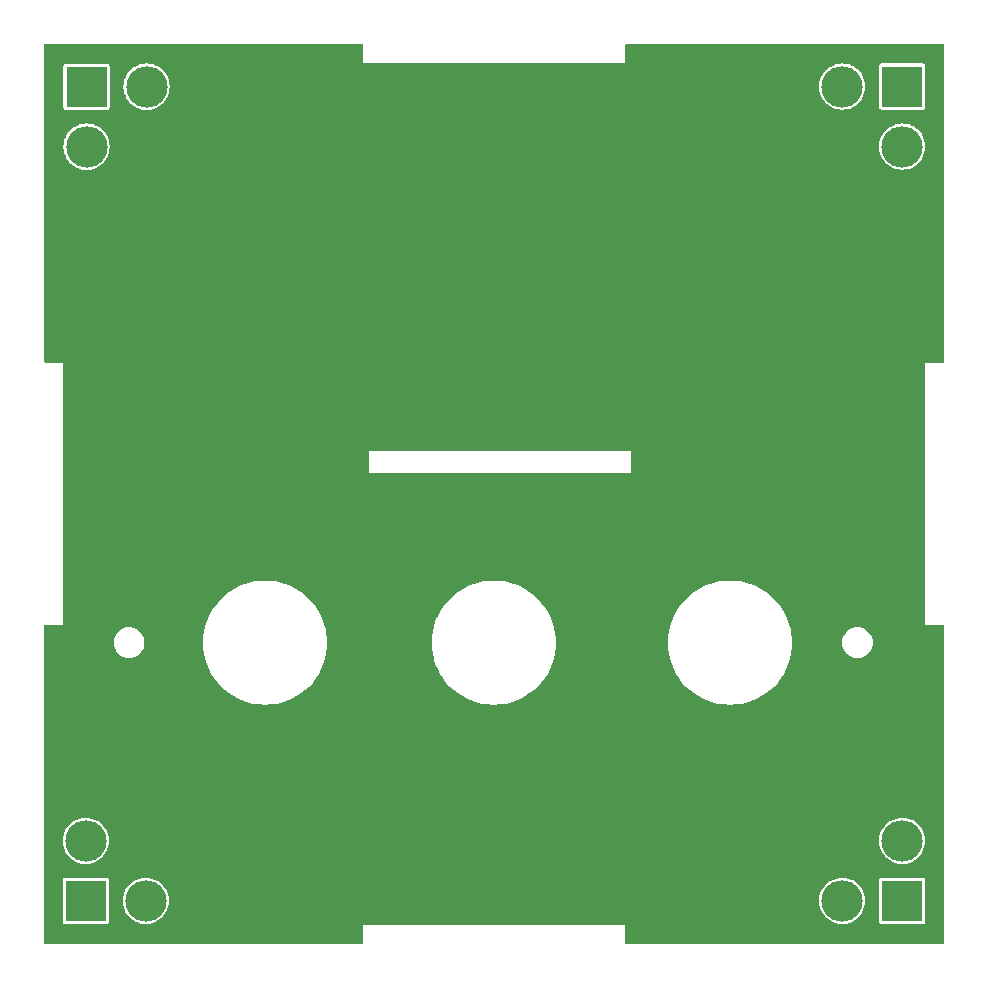
<source format=gbr>
%TF.GenerationSoftware,KiCad,Pcbnew,7.0.5-0*%
%TF.CreationDate,2024-04-21T21:04:40-04:00*%
%TF.ProjectId,swr_meter_top,7377725f-6d65-4746-9572-5f746f702e6b,rev?*%
%TF.SameCoordinates,Original*%
%TF.FileFunction,Copper,L1,Top*%
%TF.FilePolarity,Positive*%
%FSLAX46Y46*%
G04 Gerber Fmt 4.6, Leading zero omitted, Abs format (unit mm)*
G04 Created by KiCad (PCBNEW 7.0.5-0) date 2024-04-21 21:04:40*
%MOMM*%
%LPD*%
G01*
G04 APERTURE LIST*
%TA.AperFunction,ComponentPad*%
%ADD10R,3.500000X3.500000*%
%TD*%
%TA.AperFunction,ComponentPad*%
%ADD11O,3.500000X3.500000*%
%TD*%
G04 APERTURE END LIST*
D10*
%TO.P,J44,1,Pin_1*%
%TO.N,N/C*%
X103585882Y-27424992D03*
D11*
%TO.P,J44,2,Pin_2*%
X108665882Y-27424992D03*
%TO.P,J44,3,Pin_3*%
X103585882Y-32504992D03*
%TD*%
D10*
%TO.P,J42,1,Pin_1*%
%TO.N,N/C*%
X103515882Y-96359992D03*
D11*
%TO.P,J42,2,Pin_2*%
X103515882Y-91279992D03*
%TO.P,J42,3,Pin_3*%
X108595882Y-96359992D03*
%TD*%
D10*
%TO.P,J41,1,Pin_1*%
%TO.N,N/C*%
X172645882Y-96354992D03*
D11*
%TO.P,J41,2,Pin_2*%
X167565882Y-96354992D03*
%TO.P,J41,3,Pin_3*%
X172645882Y-91274992D03*
%TD*%
D10*
%TO.P,J43,1,Pin_1*%
%TO.N,N/C*%
X172640882Y-27419992D03*
D11*
%TO.P,J43,2,Pin_2*%
X172640882Y-32499992D03*
%TO.P,J43,3,Pin_3*%
X167560882Y-27419992D03*
%TD*%
%TA.AperFunction,NonConductor*%
G36*
X176158029Y-23819705D02*
G01*
X176194574Y-23870005D01*
X176199498Y-23901092D01*
X176199498Y-50698894D01*
X176180285Y-50758025D01*
X176129985Y-50794570D01*
X176098898Y-50799494D01*
X174620106Y-50799494D01*
X174619900Y-50799453D01*
X174599997Y-50799453D01*
X174599879Y-50799502D01*
X174599617Y-50799609D01*
X174599616Y-50799610D01*
X174599458Y-50799991D01*
X174599473Y-50819964D01*
X174599500Y-50820100D01*
X174599500Y-72980069D01*
X174599424Y-72980452D01*
X174599458Y-72999992D01*
X174599535Y-73000176D01*
X174599617Y-73000376D01*
X174599997Y-73000533D01*
X174599999Y-73000532D01*
X174600000Y-73000533D01*
X174600000Y-73000532D01*
X174619970Y-73000519D01*
X174620106Y-73000492D01*
X176098898Y-73000492D01*
X176158029Y-73019705D01*
X176194574Y-73070005D01*
X176199498Y-73101092D01*
X176199498Y-99898892D01*
X176180285Y-99958023D01*
X176129985Y-99994568D01*
X176098898Y-99999492D01*
X149301100Y-99999492D01*
X149241969Y-99980279D01*
X149205424Y-99929979D01*
X149200500Y-99898892D01*
X149200500Y-98420098D01*
X149200526Y-98419962D01*
X149200541Y-98399989D01*
X149200383Y-98399608D01*
X149200120Y-98399500D01*
X149200002Y-98399451D01*
X149180100Y-98399451D01*
X149179894Y-98399492D01*
X127020106Y-98399492D01*
X127019900Y-98399451D01*
X126999997Y-98399451D01*
X126999879Y-98399500D01*
X126999617Y-98399607D01*
X126999616Y-98399608D01*
X126999458Y-98399989D01*
X126999473Y-98419962D01*
X126999500Y-98420098D01*
X126999500Y-99898900D01*
X126980287Y-99958031D01*
X126929987Y-99994576D01*
X126898900Y-99999500D01*
X100101100Y-99999500D01*
X100041969Y-99980287D01*
X100005424Y-99929987D01*
X100000500Y-99898900D01*
X100000500Y-98130056D01*
X101562182Y-98130056D01*
X101564494Y-98141680D01*
X101574000Y-98189471D01*
X101574001Y-98189472D01*
X101619022Y-98256852D01*
X101686402Y-98301873D01*
X101745818Y-98313692D01*
X101745819Y-98313692D01*
X105285945Y-98313692D01*
X105285946Y-98313692D01*
X105345362Y-98301873D01*
X105412742Y-98256852D01*
X105457763Y-98189472D01*
X105469582Y-98130056D01*
X105469582Y-96359992D01*
X106637191Y-96359992D01*
X106657128Y-96638743D01*
X106657128Y-96638746D01*
X106657129Y-96638749D01*
X106716533Y-96911823D01*
X106814189Y-97173651D01*
X106814192Y-97173658D01*
X106814194Y-97173662D01*
X106881160Y-97296301D01*
X106948127Y-97418943D01*
X106948128Y-97418944D01*
X107115599Y-97642659D01*
X107313214Y-97840274D01*
X107536929Y-98007745D01*
X107536930Y-98007746D01*
X107536934Y-98007748D01*
X107782212Y-98141680D01*
X107782219Y-98141682D01*
X107782222Y-98141684D01*
X107896942Y-98184472D01*
X108030649Y-98234342D01*
X108044050Y-98239340D01*
X108044055Y-98239342D01*
X108317131Y-98298746D01*
X108595882Y-98318683D01*
X108874633Y-98298746D01*
X109147709Y-98239342D01*
X109409552Y-98141680D01*
X109654830Y-98007748D01*
X109878552Y-97840272D01*
X110076162Y-97642662D01*
X110243638Y-97418940D01*
X110377570Y-97173662D01*
X110475232Y-96911819D01*
X110534636Y-96638743D01*
X110554573Y-96359992D01*
X110554215Y-96354992D01*
X165607191Y-96354992D01*
X165627128Y-96633743D01*
X165627128Y-96633746D01*
X165627129Y-96633749D01*
X165686533Y-96906823D01*
X165784189Y-97168651D01*
X165784192Y-97168658D01*
X165784194Y-97168662D01*
X165851160Y-97291301D01*
X165918127Y-97413943D01*
X165918128Y-97413944D01*
X166085599Y-97637659D01*
X166283214Y-97835274D01*
X166506929Y-98002745D01*
X166506930Y-98002746D01*
X166506934Y-98002748D01*
X166752212Y-98136680D01*
X166752219Y-98136682D01*
X166752222Y-98136684D01*
X167014050Y-98234340D01*
X167014055Y-98234342D01*
X167287131Y-98293746D01*
X167565882Y-98313683D01*
X167844633Y-98293746D01*
X168117709Y-98234342D01*
X168379552Y-98136680D01*
X168400840Y-98125056D01*
X170692182Y-98125056D01*
X170693177Y-98130056D01*
X170704000Y-98184471D01*
X170704001Y-98184472D01*
X170749022Y-98251852D01*
X170816402Y-98296873D01*
X170875818Y-98308692D01*
X170875819Y-98308692D01*
X174415945Y-98308692D01*
X174415946Y-98308692D01*
X174475362Y-98296873D01*
X174542742Y-98251852D01*
X174587763Y-98184472D01*
X174599582Y-98125056D01*
X174599582Y-94584928D01*
X174587763Y-94525512D01*
X174542742Y-94458132D01*
X174487525Y-94421238D01*
X174475361Y-94413110D01*
X174427763Y-94403642D01*
X174415946Y-94401292D01*
X170875818Y-94401292D01*
X170865960Y-94403252D01*
X170816402Y-94413110D01*
X170749022Y-94458132D01*
X170704000Y-94525512D01*
X170694495Y-94573299D01*
X170692182Y-94584928D01*
X170692182Y-98125056D01*
X168400840Y-98125056D01*
X168624830Y-98002748D01*
X168848552Y-97835272D01*
X169046162Y-97637662D01*
X169213638Y-97413940D01*
X169347570Y-97168662D01*
X169445232Y-96906819D01*
X169504636Y-96633743D01*
X169524573Y-96354992D01*
X169504636Y-96076241D01*
X169445232Y-95803165D01*
X169347570Y-95541322D01*
X169216366Y-95301040D01*
X169213636Y-95296040D01*
X169213635Y-95296039D01*
X169046164Y-95072324D01*
X168848549Y-94874709D01*
X168624834Y-94707238D01*
X168624833Y-94707237D01*
X168502191Y-94640269D01*
X168379552Y-94573304D01*
X168379548Y-94573302D01*
X168379541Y-94573299D01*
X168117713Y-94475643D01*
X168117714Y-94475643D01*
X167844639Y-94416239D01*
X167844636Y-94416238D01*
X167844633Y-94416238D01*
X167565882Y-94396301D01*
X167287131Y-94416238D01*
X167287127Y-94416238D01*
X167287124Y-94416239D01*
X167014050Y-94475643D01*
X166752222Y-94573299D01*
X166752214Y-94573303D01*
X166506930Y-94707237D01*
X166506929Y-94707238D01*
X166283214Y-94874709D01*
X166085599Y-95072324D01*
X165918128Y-95296039D01*
X165918127Y-95296040D01*
X165784193Y-95541324D01*
X165784189Y-95541332D01*
X165686533Y-95803160D01*
X165627129Y-96076234D01*
X165627128Y-96076237D01*
X165627128Y-96076241D01*
X165607191Y-96354992D01*
X110554215Y-96354992D01*
X110534636Y-96081241D01*
X110475232Y-95808165D01*
X110377570Y-95546322D01*
X110243638Y-95301044D01*
X110243636Y-95301040D01*
X110243635Y-95301039D01*
X110076164Y-95077324D01*
X109878549Y-94879709D01*
X109654834Y-94712238D01*
X109654833Y-94712237D01*
X109532191Y-94645269D01*
X109409552Y-94578304D01*
X109409548Y-94578302D01*
X109409541Y-94578299D01*
X109147713Y-94480643D01*
X109147714Y-94480643D01*
X108874639Y-94421239D01*
X108874636Y-94421238D01*
X108874633Y-94421238D01*
X108595882Y-94401301D01*
X108317131Y-94421238D01*
X108317127Y-94421238D01*
X108317124Y-94421239D01*
X108044050Y-94480643D01*
X107782222Y-94578299D01*
X107782214Y-94578303D01*
X107536930Y-94712237D01*
X107536929Y-94712238D01*
X107313214Y-94879709D01*
X107115599Y-95077324D01*
X106948128Y-95301039D01*
X106948127Y-95301040D01*
X106814193Y-95546324D01*
X106814189Y-95546332D01*
X106716533Y-95808160D01*
X106657129Y-96081234D01*
X106657128Y-96081237D01*
X106657128Y-96081241D01*
X106637191Y-96359992D01*
X105469582Y-96359992D01*
X105469582Y-94589928D01*
X105457763Y-94530512D01*
X105412742Y-94463132D01*
X105367720Y-94433049D01*
X105345361Y-94418110D01*
X105297763Y-94408642D01*
X105285946Y-94406292D01*
X101745818Y-94406292D01*
X101735960Y-94408252D01*
X101686402Y-94418110D01*
X101619022Y-94463132D01*
X101574000Y-94530512D01*
X101565490Y-94573299D01*
X101562182Y-94589928D01*
X101562182Y-98130056D01*
X100000500Y-98130056D01*
X100000500Y-91279992D01*
X101557191Y-91279992D01*
X101577128Y-91558743D01*
X101577128Y-91558746D01*
X101577129Y-91558749D01*
X101636533Y-91831823D01*
X101734189Y-92093651D01*
X101734192Y-92093658D01*
X101734194Y-92093662D01*
X101801160Y-92216300D01*
X101868127Y-92338943D01*
X101868128Y-92338944D01*
X102035599Y-92562659D01*
X102233214Y-92760274D01*
X102456929Y-92927745D01*
X102456930Y-92927746D01*
X102456934Y-92927748D01*
X102702212Y-93061680D01*
X102702219Y-93061682D01*
X102702222Y-93061684D01*
X102876774Y-93126788D01*
X102950649Y-93154342D01*
X102964050Y-93159340D01*
X102964055Y-93159342D01*
X103237131Y-93218746D01*
X103515882Y-93238683D01*
X103794633Y-93218746D01*
X104067709Y-93159342D01*
X104329552Y-93061680D01*
X104574830Y-92927748D01*
X104798552Y-92760272D01*
X104996162Y-92562662D01*
X105163638Y-92338940D01*
X105297570Y-92093662D01*
X105395232Y-91831819D01*
X105454636Y-91558743D01*
X105474573Y-91279992D01*
X105474215Y-91274992D01*
X170687191Y-91274992D01*
X170707128Y-91553743D01*
X170707128Y-91553746D01*
X170707129Y-91553749D01*
X170766533Y-91826823D01*
X170864189Y-92088651D01*
X170864192Y-92088658D01*
X170864194Y-92088662D01*
X170931159Y-92211300D01*
X170998127Y-92333943D01*
X170998128Y-92333944D01*
X171165599Y-92557659D01*
X171363214Y-92755274D01*
X171586929Y-92922745D01*
X171586930Y-92922746D01*
X171586934Y-92922748D01*
X171832212Y-93056680D01*
X171832219Y-93056682D01*
X171832222Y-93056684D01*
X172094050Y-93154340D01*
X172094055Y-93154342D01*
X172367131Y-93213746D01*
X172645882Y-93233683D01*
X172924633Y-93213746D01*
X173197709Y-93154342D01*
X173459552Y-93056680D01*
X173704830Y-92922748D01*
X173928552Y-92755272D01*
X174126162Y-92557662D01*
X174293638Y-92333940D01*
X174427570Y-92088662D01*
X174525232Y-91826819D01*
X174584636Y-91553743D01*
X174604573Y-91274992D01*
X174584636Y-90996241D01*
X174525232Y-90723165D01*
X174427570Y-90461322D01*
X174296366Y-90221040D01*
X174293636Y-90216040D01*
X174293635Y-90216039D01*
X174126164Y-89992324D01*
X173928549Y-89794709D01*
X173704834Y-89627238D01*
X173704833Y-89627237D01*
X173582191Y-89560269D01*
X173459552Y-89493304D01*
X173459548Y-89493302D01*
X173459541Y-89493299D01*
X173197713Y-89395643D01*
X173197714Y-89395643D01*
X172924639Y-89336239D01*
X172924636Y-89336238D01*
X172924633Y-89336238D01*
X172645882Y-89316301D01*
X172645881Y-89316301D01*
X172610956Y-89318798D01*
X172367131Y-89336238D01*
X172367127Y-89336238D01*
X172367124Y-89336239D01*
X172094050Y-89395643D01*
X171832222Y-89493299D01*
X171832214Y-89493303D01*
X171586930Y-89627237D01*
X171586929Y-89627238D01*
X171363214Y-89794709D01*
X171165599Y-89992324D01*
X170998128Y-90216039D01*
X170998127Y-90216040D01*
X170864193Y-90461324D01*
X170864189Y-90461332D01*
X170766533Y-90723160D01*
X170707129Y-90996234D01*
X170707128Y-90996237D01*
X170707128Y-90996241D01*
X170687191Y-91274992D01*
X105474215Y-91274992D01*
X105454636Y-91001241D01*
X105395232Y-90728165D01*
X105297570Y-90466322D01*
X105163638Y-90221044D01*
X105163636Y-90221040D01*
X105163635Y-90221039D01*
X104996164Y-89997324D01*
X104798549Y-89799709D01*
X104574834Y-89632238D01*
X104574833Y-89632237D01*
X104452191Y-89565269D01*
X104329552Y-89498304D01*
X104329548Y-89498302D01*
X104329541Y-89498299D01*
X104067713Y-89400643D01*
X104067714Y-89400643D01*
X103794639Y-89341239D01*
X103794636Y-89341238D01*
X103794633Y-89341238D01*
X103515882Y-89321301D01*
X103237131Y-89341238D01*
X103237127Y-89341238D01*
X103237124Y-89341239D01*
X102964050Y-89400643D01*
X102702222Y-89498299D01*
X102702214Y-89498303D01*
X102456930Y-89632237D01*
X102456929Y-89632238D01*
X102233214Y-89799709D01*
X102035599Y-89997324D01*
X101868128Y-90221039D01*
X101868127Y-90221040D01*
X101734193Y-90466324D01*
X101734189Y-90466332D01*
X101636533Y-90728160D01*
X101577129Y-91001234D01*
X101577128Y-91001237D01*
X101577128Y-91001241D01*
X101557191Y-91279992D01*
X100000500Y-91279992D01*
X100000500Y-74499993D01*
X105879614Y-74499993D01*
X105899447Y-74726685D01*
X105958344Y-74946491D01*
X106054511Y-75152720D01*
X106054519Y-75152734D01*
X106185033Y-75339129D01*
X106185035Y-75339131D01*
X106345943Y-75500039D01*
X106532348Y-75630560D01*
X106738586Y-75726731D01*
X106958390Y-75785627D01*
X107072824Y-75795638D01*
X107128282Y-75800491D01*
X107128298Y-75800492D01*
X107241866Y-75800492D01*
X107241881Y-75800491D01*
X107285203Y-75796700D01*
X107411774Y-75785627D01*
X107631578Y-75726731D01*
X107837816Y-75630560D01*
X108024221Y-75500039D01*
X108185129Y-75339131D01*
X108315650Y-75152726D01*
X108411821Y-74946488D01*
X108470717Y-74726684D01*
X108490550Y-74499997D01*
X113444499Y-74499997D01*
X113464497Y-74958028D01*
X113464501Y-74958066D01*
X113524340Y-75412593D01*
X113623575Y-75860215D01*
X113761443Y-76297477D01*
X113936900Y-76721067D01*
X114148598Y-77127734D01*
X114148609Y-77127754D01*
X114394939Y-77514415D01*
X114394953Y-77514435D01*
X114674042Y-77878150D01*
X114674060Y-77878172D01*
X114983793Y-78216186D01*
X114983806Y-78216199D01*
X115321820Y-78525932D01*
X115321829Y-78525940D01*
X115321841Y-78525949D01*
X115321842Y-78525950D01*
X115685557Y-78805039D01*
X115685577Y-78805053D01*
X116072238Y-79051383D01*
X116072245Y-79051387D01*
X116072250Y-79051390D01*
X116072258Y-79051394D01*
X116478925Y-79263092D01*
X116902515Y-79438549D01*
X117339776Y-79576416D01*
X117339777Y-79576417D01*
X117787393Y-79675651D01*
X117787396Y-79675651D01*
X117787399Y-79675652D01*
X117969693Y-79699651D01*
X118241954Y-79735495D01*
X118585438Y-79750492D01*
X118585442Y-79750492D01*
X118814560Y-79750492D01*
X118814564Y-79750492D01*
X119158048Y-79735495D01*
X119544543Y-79684611D01*
X119612602Y-79675652D01*
X119612602Y-79675651D01*
X119612609Y-79675651D01*
X120060225Y-79576417D01*
X120497489Y-79438548D01*
X120921072Y-79263094D01*
X121327752Y-79051390D01*
X121714433Y-78805047D01*
X121714437Y-78805043D01*
X121714444Y-78805039D01*
X121849885Y-78701110D01*
X122078173Y-78525940D01*
X122416202Y-78216193D01*
X122725949Y-77878164D01*
X123005056Y-77514424D01*
X123251399Y-77127743D01*
X123463103Y-76721063D01*
X123638557Y-76297480D01*
X123776426Y-75860216D01*
X123875660Y-75412600D01*
X123935504Y-74958039D01*
X123955503Y-74499997D01*
X132809499Y-74499997D01*
X132829497Y-74958028D01*
X132829501Y-74958066D01*
X132889340Y-75412593D01*
X132988575Y-75860215D01*
X133126443Y-76297477D01*
X133301900Y-76721067D01*
X133513598Y-77127734D01*
X133513609Y-77127754D01*
X133759939Y-77514415D01*
X133759953Y-77514435D01*
X134039042Y-77878150D01*
X134039060Y-77878172D01*
X134348793Y-78216186D01*
X134348806Y-78216199D01*
X134686820Y-78525932D01*
X134686829Y-78525940D01*
X134686841Y-78525949D01*
X134686842Y-78525950D01*
X135050557Y-78805039D01*
X135050577Y-78805053D01*
X135437238Y-79051383D01*
X135437245Y-79051387D01*
X135437250Y-79051390D01*
X135437258Y-79051394D01*
X135843925Y-79263092D01*
X136267515Y-79438549D01*
X136704777Y-79576416D01*
X136704777Y-79576417D01*
X137152393Y-79675651D01*
X137152396Y-79675651D01*
X137152399Y-79675652D01*
X137334693Y-79699651D01*
X137606954Y-79735495D01*
X137950438Y-79750492D01*
X137950442Y-79750492D01*
X138179560Y-79750492D01*
X138179564Y-79750492D01*
X138523048Y-79735495D01*
X138909543Y-79684611D01*
X138977602Y-79675652D01*
X138977602Y-79675651D01*
X138977609Y-79675651D01*
X139425225Y-79576417D01*
X139862489Y-79438548D01*
X140286072Y-79263094D01*
X140692752Y-79051390D01*
X141079433Y-78805047D01*
X141079437Y-78805043D01*
X141079444Y-78805039D01*
X141214885Y-78701110D01*
X141443173Y-78525940D01*
X141781202Y-78216193D01*
X142090949Y-77878164D01*
X142370056Y-77514424D01*
X142616399Y-77127743D01*
X142828103Y-76721063D01*
X143003557Y-76297480D01*
X143141426Y-75860216D01*
X143240660Y-75412600D01*
X143300504Y-74958039D01*
X143320503Y-74499997D01*
X152809499Y-74499997D01*
X152829497Y-74958028D01*
X152829501Y-74958066D01*
X152889340Y-75412593D01*
X152988575Y-75860215D01*
X153126443Y-76297477D01*
X153301900Y-76721067D01*
X153513598Y-77127734D01*
X153513609Y-77127754D01*
X153759939Y-77514415D01*
X153759953Y-77514435D01*
X154039042Y-77878150D01*
X154039060Y-77878172D01*
X154348793Y-78216186D01*
X154348806Y-78216199D01*
X154686820Y-78525932D01*
X154686829Y-78525940D01*
X154686841Y-78525949D01*
X154686842Y-78525950D01*
X155050557Y-78805039D01*
X155050577Y-78805053D01*
X155437238Y-79051383D01*
X155437245Y-79051387D01*
X155437250Y-79051390D01*
X155437258Y-79051394D01*
X155843925Y-79263092D01*
X156267515Y-79438549D01*
X156704777Y-79576416D01*
X156704777Y-79576417D01*
X157152393Y-79675651D01*
X157152396Y-79675651D01*
X157152399Y-79675652D01*
X157334693Y-79699651D01*
X157606954Y-79735495D01*
X157950438Y-79750492D01*
X157950442Y-79750492D01*
X158179560Y-79750492D01*
X158179564Y-79750492D01*
X158523048Y-79735495D01*
X158909543Y-79684611D01*
X158977602Y-79675652D01*
X158977602Y-79675651D01*
X158977609Y-79675651D01*
X159425225Y-79576417D01*
X159862489Y-79438548D01*
X160286072Y-79263094D01*
X160692752Y-79051390D01*
X161079433Y-78805047D01*
X161079437Y-78805043D01*
X161079444Y-78805039D01*
X161214885Y-78701110D01*
X161443173Y-78525940D01*
X161781202Y-78216193D01*
X162090949Y-77878164D01*
X162370056Y-77514424D01*
X162616399Y-77127743D01*
X162828103Y-76721063D01*
X163003557Y-76297480D01*
X163141426Y-75860216D01*
X163240660Y-75412600D01*
X163300504Y-74958039D01*
X163320503Y-74499993D01*
X167539614Y-74499993D01*
X167559447Y-74726685D01*
X167618344Y-74946491D01*
X167714511Y-75152720D01*
X167714519Y-75152734D01*
X167845033Y-75339129D01*
X167845035Y-75339130D01*
X167845035Y-75339131D01*
X168005943Y-75500039D01*
X168192348Y-75630560D01*
X168398586Y-75726731D01*
X168618390Y-75785627D01*
X168732824Y-75795638D01*
X168788282Y-75800491D01*
X168788298Y-75800492D01*
X168901866Y-75800492D01*
X168901881Y-75800491D01*
X168945203Y-75796700D01*
X169071774Y-75785627D01*
X169291578Y-75726731D01*
X169497816Y-75630560D01*
X169684221Y-75500039D01*
X169845129Y-75339131D01*
X169975650Y-75152726D01*
X170071821Y-74946488D01*
X170130717Y-74726684D01*
X170150550Y-74499992D01*
X170150549Y-74499986D01*
X170147079Y-74460323D01*
X170130717Y-74273300D01*
X170071821Y-74053496D01*
X169975650Y-73847258D01*
X169845129Y-73660853D01*
X169684221Y-73499945D01*
X169684220Y-73499945D01*
X169684219Y-73499943D01*
X169497824Y-73369429D01*
X169497819Y-73369426D01*
X169497816Y-73369424D01*
X169497810Y-73369421D01*
X169291581Y-73273254D01*
X169291578Y-73273253D01*
X169198678Y-73248360D01*
X169071775Y-73214357D01*
X168901881Y-73199492D01*
X168901866Y-73199492D01*
X168788298Y-73199492D01*
X168788282Y-73199492D01*
X168618388Y-73214357D01*
X168398582Y-73273254D01*
X168192353Y-73369421D01*
X168192339Y-73369429D01*
X168005944Y-73499943D01*
X167845033Y-73660854D01*
X167714519Y-73847249D01*
X167714511Y-73847263D01*
X167618344Y-74053492D01*
X167559447Y-74273298D01*
X167539614Y-74499990D01*
X167539614Y-74499993D01*
X163320503Y-74499993D01*
X163320503Y-74499992D01*
X163300504Y-74041945D01*
X163264660Y-73769684D01*
X163240661Y-73587390D01*
X163192340Y-73369429D01*
X163141426Y-73139768D01*
X163141425Y-73139768D01*
X163003558Y-72702506D01*
X162828101Y-72278916D01*
X162616403Y-71872249D01*
X162616392Y-71872229D01*
X162370062Y-71485568D01*
X162370048Y-71485548D01*
X162090959Y-71121833D01*
X162090958Y-71121832D01*
X162090949Y-71121820D01*
X162090941Y-71121811D01*
X161781208Y-70783797D01*
X161781195Y-70783784D01*
X161443181Y-70474051D01*
X161443177Y-70474048D01*
X161443173Y-70474044D01*
X161443159Y-70474033D01*
X161079444Y-70194944D01*
X161079424Y-70194930D01*
X160692763Y-69948600D01*
X160692743Y-69948589D01*
X160286076Y-69736891D01*
X159862486Y-69561434D01*
X159425224Y-69423566D01*
X158977602Y-69324331D01*
X158523075Y-69264492D01*
X158523053Y-69264489D01*
X158523048Y-69264489D01*
X158523045Y-69264488D01*
X158523037Y-69264488D01*
X158179575Y-69249492D01*
X158179564Y-69249492D01*
X157950438Y-69249492D01*
X157950426Y-69249492D01*
X157606964Y-69264488D01*
X157606926Y-69264492D01*
X157152399Y-69324331D01*
X156704777Y-69423566D01*
X156267515Y-69561434D01*
X155843925Y-69736891D01*
X155437258Y-69948589D01*
X155437238Y-69948600D01*
X155050577Y-70194930D01*
X155050557Y-70194944D01*
X154686842Y-70474033D01*
X154686820Y-70474051D01*
X154348806Y-70783784D01*
X154348793Y-70783797D01*
X154039060Y-71121811D01*
X154039042Y-71121833D01*
X153759953Y-71485548D01*
X153759939Y-71485568D01*
X153513609Y-71872229D01*
X153513598Y-71872249D01*
X153301900Y-72278916D01*
X153126443Y-72702506D01*
X152988575Y-73139768D01*
X152889340Y-73587390D01*
X152829501Y-74041917D01*
X152829497Y-74041955D01*
X152809499Y-74499986D01*
X152809499Y-74499997D01*
X143320503Y-74499997D01*
X143320503Y-74499992D01*
X143300504Y-74041945D01*
X143264660Y-73769684D01*
X143240661Y-73587390D01*
X143192340Y-73369429D01*
X143141426Y-73139768D01*
X143141425Y-73139768D01*
X143003558Y-72702506D01*
X142828101Y-72278916D01*
X142616403Y-71872249D01*
X142616392Y-71872229D01*
X142370062Y-71485568D01*
X142370048Y-71485548D01*
X142090959Y-71121833D01*
X142090958Y-71121832D01*
X142090949Y-71121820D01*
X142090941Y-71121811D01*
X141781208Y-70783797D01*
X141781195Y-70783784D01*
X141443181Y-70474051D01*
X141443177Y-70474048D01*
X141443173Y-70474044D01*
X141443159Y-70474033D01*
X141079444Y-70194944D01*
X141079424Y-70194930D01*
X140692763Y-69948600D01*
X140692743Y-69948589D01*
X140286076Y-69736891D01*
X139862486Y-69561434D01*
X139425224Y-69423566D01*
X138977602Y-69324331D01*
X138523075Y-69264492D01*
X138523053Y-69264489D01*
X138523048Y-69264489D01*
X138523045Y-69264488D01*
X138523037Y-69264488D01*
X138179575Y-69249492D01*
X138179564Y-69249492D01*
X137950438Y-69249492D01*
X137950426Y-69249492D01*
X137606964Y-69264488D01*
X137606926Y-69264492D01*
X137152399Y-69324331D01*
X136704777Y-69423566D01*
X136267515Y-69561434D01*
X135843925Y-69736891D01*
X135437258Y-69948589D01*
X135437238Y-69948600D01*
X135050577Y-70194930D01*
X135050557Y-70194944D01*
X134686842Y-70474033D01*
X134686820Y-70474051D01*
X134348806Y-70783784D01*
X134348793Y-70783797D01*
X134039060Y-71121811D01*
X134039042Y-71121833D01*
X133759953Y-71485548D01*
X133759939Y-71485568D01*
X133513609Y-71872229D01*
X133513598Y-71872249D01*
X133301900Y-72278916D01*
X133126443Y-72702506D01*
X132988575Y-73139768D01*
X132889340Y-73587390D01*
X132829501Y-74041917D01*
X132829497Y-74041955D01*
X132809499Y-74499986D01*
X132809499Y-74499997D01*
X123955503Y-74499997D01*
X123955503Y-74499992D01*
X123935504Y-74041945D01*
X123899660Y-73769684D01*
X123875661Y-73587390D01*
X123827340Y-73369429D01*
X123776426Y-73139768D01*
X123638558Y-72702506D01*
X123463101Y-72278916D01*
X123251403Y-71872249D01*
X123251392Y-71872229D01*
X123005062Y-71485568D01*
X123005048Y-71485548D01*
X122725959Y-71121833D01*
X122725958Y-71121832D01*
X122725949Y-71121820D01*
X122725941Y-71121811D01*
X122416208Y-70783797D01*
X122416195Y-70783784D01*
X122078181Y-70474051D01*
X122078177Y-70474048D01*
X122078173Y-70474044D01*
X122078159Y-70474033D01*
X121714444Y-70194944D01*
X121714424Y-70194930D01*
X121327763Y-69948600D01*
X121327743Y-69948589D01*
X120921076Y-69736891D01*
X120497486Y-69561434D01*
X120060224Y-69423566D01*
X119612602Y-69324331D01*
X119158075Y-69264492D01*
X119158053Y-69264489D01*
X119158048Y-69264489D01*
X119158045Y-69264488D01*
X119158037Y-69264488D01*
X118814575Y-69249492D01*
X118814564Y-69249492D01*
X118585438Y-69249492D01*
X118585426Y-69249492D01*
X118241964Y-69264488D01*
X118241926Y-69264492D01*
X117787399Y-69324331D01*
X117339777Y-69423566D01*
X116902515Y-69561434D01*
X116478925Y-69736891D01*
X116072258Y-69948589D01*
X116072238Y-69948600D01*
X115685577Y-70194930D01*
X115685557Y-70194944D01*
X115321842Y-70474033D01*
X115321820Y-70474051D01*
X114983806Y-70783784D01*
X114983793Y-70783797D01*
X114674060Y-71121811D01*
X114674042Y-71121833D01*
X114394953Y-71485548D01*
X114394939Y-71485568D01*
X114148609Y-71872229D01*
X114148598Y-71872249D01*
X113936900Y-72278916D01*
X113761443Y-72702506D01*
X113623575Y-73139768D01*
X113524340Y-73587390D01*
X113464501Y-74041917D01*
X113464497Y-74041955D01*
X113444499Y-74499986D01*
X113444499Y-74499997D01*
X108490550Y-74499997D01*
X108490550Y-74499992D01*
X108490549Y-74499986D01*
X108487079Y-74460323D01*
X108470717Y-74273300D01*
X108411821Y-74053496D01*
X108315650Y-73847258D01*
X108185129Y-73660853D01*
X108024221Y-73499945D01*
X108024219Y-73499943D01*
X107837824Y-73369429D01*
X107837819Y-73369426D01*
X107837816Y-73369424D01*
X107837810Y-73369421D01*
X107631581Y-73273254D01*
X107631578Y-73273253D01*
X107538678Y-73248360D01*
X107411775Y-73214357D01*
X107241881Y-73199492D01*
X107241866Y-73199492D01*
X107128298Y-73199492D01*
X107128282Y-73199492D01*
X106958388Y-73214357D01*
X106738582Y-73273254D01*
X106532353Y-73369421D01*
X106532339Y-73369429D01*
X106345944Y-73499943D01*
X106185033Y-73660854D01*
X106054519Y-73847249D01*
X106054511Y-73847263D01*
X105958344Y-74053492D01*
X105899447Y-74273298D01*
X105879614Y-74499990D01*
X105879614Y-74499993D01*
X100000500Y-74499993D01*
X100000500Y-73101092D01*
X100019713Y-73041961D01*
X100070013Y-73005416D01*
X100101100Y-73000492D01*
X101579895Y-73000492D01*
X101580030Y-73000519D01*
X101580031Y-73000519D01*
X101600000Y-73000532D01*
X101600001Y-73000533D01*
X101600001Y-73000532D01*
X101600003Y-73000533D01*
X101600383Y-73000376D01*
X101600383Y-73000375D01*
X101600384Y-73000375D01*
X101600501Y-73000091D01*
X101600542Y-72999992D01*
X101600576Y-72980452D01*
X101600501Y-72980069D01*
X101600501Y-60080452D01*
X127499424Y-60080452D01*
X127499458Y-60099992D01*
X127499535Y-60100176D01*
X127499617Y-60100376D01*
X127499997Y-60100533D01*
X127499999Y-60100532D01*
X127500000Y-60100533D01*
X127500000Y-60100532D01*
X127519970Y-60100519D01*
X127520106Y-60100492D01*
X149679894Y-60100492D01*
X149680029Y-60100519D01*
X149680030Y-60100519D01*
X149699999Y-60100532D01*
X149700000Y-60100533D01*
X149700000Y-60100532D01*
X149700002Y-60100533D01*
X149700382Y-60100376D01*
X149700382Y-60100375D01*
X149700383Y-60100375D01*
X149700500Y-60100091D01*
X149700541Y-60099992D01*
X149700575Y-60080452D01*
X149700500Y-60080069D01*
X149700500Y-58320098D01*
X149700526Y-58319962D01*
X149700541Y-58299989D01*
X149700383Y-58299608D01*
X149700120Y-58299500D01*
X149700002Y-58299451D01*
X149680100Y-58299451D01*
X149679894Y-58299492D01*
X127520106Y-58299492D01*
X127519900Y-58299451D01*
X127499997Y-58299451D01*
X127499879Y-58299500D01*
X127499617Y-58299607D01*
X127499616Y-58299608D01*
X127499458Y-58299989D01*
X127499473Y-58319962D01*
X127499500Y-58320098D01*
X127499499Y-60080069D01*
X127499424Y-60080452D01*
X101600501Y-60080452D01*
X101600501Y-50820209D01*
X101600540Y-50820016D01*
X101600504Y-50820016D01*
X101600541Y-50799989D01*
X101600384Y-50799609D01*
X101600001Y-50799451D01*
X101600000Y-50799451D01*
X101580097Y-50799458D01*
X101579920Y-50799494D01*
X100101100Y-50799494D01*
X100041969Y-50780281D01*
X100005424Y-50729981D01*
X100000500Y-50698894D01*
X100000500Y-32504992D01*
X101627191Y-32504992D01*
X101647128Y-32783743D01*
X101647128Y-32783746D01*
X101647129Y-32783749D01*
X101706533Y-33056823D01*
X101804189Y-33318651D01*
X101804192Y-33318658D01*
X101804194Y-33318662D01*
X101871159Y-33441300D01*
X101938127Y-33563943D01*
X101938128Y-33563944D01*
X102105599Y-33787659D01*
X102303214Y-33985274D01*
X102526929Y-34152745D01*
X102526930Y-34152746D01*
X102526934Y-34152748D01*
X102772212Y-34286680D01*
X102772219Y-34286682D01*
X102772222Y-34286684D01*
X102946774Y-34351788D01*
X103020649Y-34379342D01*
X103034050Y-34384340D01*
X103034055Y-34384342D01*
X103307131Y-34443746D01*
X103585882Y-34463683D01*
X103864633Y-34443746D01*
X104137709Y-34384342D01*
X104399552Y-34286680D01*
X104644830Y-34152748D01*
X104868552Y-33985272D01*
X105066162Y-33787662D01*
X105233638Y-33563940D01*
X105367570Y-33318662D01*
X105465232Y-33056819D01*
X105524636Y-32783743D01*
X105544573Y-32504992D01*
X105544215Y-32499992D01*
X170682191Y-32499992D01*
X170702128Y-32778743D01*
X170702128Y-32778746D01*
X170702129Y-32778749D01*
X170761533Y-33051823D01*
X170859189Y-33313651D01*
X170859192Y-33313658D01*
X170859194Y-33313662D01*
X170926160Y-33436301D01*
X170993127Y-33558943D01*
X170993128Y-33558944D01*
X171160599Y-33782659D01*
X171358214Y-33980274D01*
X171581929Y-34147745D01*
X171581930Y-34147746D01*
X171581934Y-34147748D01*
X171827212Y-34281680D01*
X171827219Y-34281682D01*
X171827222Y-34281684D01*
X172089050Y-34379340D01*
X172089055Y-34379342D01*
X172362131Y-34438746D01*
X172640882Y-34458683D01*
X172919633Y-34438746D01*
X173192709Y-34379342D01*
X173454552Y-34281680D01*
X173699830Y-34147748D01*
X173923552Y-33980272D01*
X174121162Y-33782662D01*
X174288638Y-33558940D01*
X174422570Y-33313662D01*
X174520232Y-33051819D01*
X174579636Y-32778743D01*
X174599573Y-32499992D01*
X174579636Y-32221241D01*
X174520232Y-31948165D01*
X174422570Y-31686322D01*
X174291366Y-31446040D01*
X174288636Y-31441040D01*
X174288635Y-31441039D01*
X174121164Y-31217324D01*
X173923549Y-31019709D01*
X173699834Y-30852238D01*
X173699833Y-30852237D01*
X173577190Y-30785269D01*
X173454552Y-30718304D01*
X173454548Y-30718302D01*
X173454541Y-30718299D01*
X173192713Y-30620643D01*
X173192714Y-30620643D01*
X172919639Y-30561239D01*
X172919636Y-30561238D01*
X172919633Y-30561238D01*
X172640882Y-30541301D01*
X172362131Y-30561238D01*
X172362127Y-30561238D01*
X172362124Y-30561239D01*
X172089050Y-30620643D01*
X171827222Y-30718299D01*
X171827214Y-30718303D01*
X171581930Y-30852237D01*
X171581929Y-30852238D01*
X171358214Y-31019709D01*
X171160599Y-31217324D01*
X170993128Y-31441039D01*
X170993127Y-31441040D01*
X170859193Y-31686324D01*
X170859189Y-31686332D01*
X170761533Y-31948160D01*
X170702129Y-32221234D01*
X170702128Y-32221237D01*
X170702128Y-32221241D01*
X170682191Y-32499992D01*
X105544215Y-32499992D01*
X105524636Y-32226241D01*
X105465232Y-31953165D01*
X105367570Y-31691322D01*
X105233638Y-31446044D01*
X105233636Y-31446040D01*
X105233635Y-31446039D01*
X105066164Y-31222324D01*
X104868549Y-31024709D01*
X104644834Y-30857238D01*
X104644833Y-30857237D01*
X104522191Y-30790270D01*
X104399552Y-30723304D01*
X104399548Y-30723302D01*
X104399541Y-30723299D01*
X104137713Y-30625643D01*
X104137714Y-30625643D01*
X103864639Y-30566239D01*
X103864636Y-30566238D01*
X103864633Y-30566238D01*
X103585882Y-30546301D01*
X103307131Y-30566238D01*
X103307127Y-30566238D01*
X103307124Y-30566239D01*
X103034050Y-30625643D01*
X102772222Y-30723299D01*
X102772214Y-30723303D01*
X102526930Y-30857237D01*
X102526929Y-30857238D01*
X102303214Y-31024709D01*
X102105599Y-31222324D01*
X101938128Y-31446039D01*
X101938127Y-31446040D01*
X101804193Y-31691324D01*
X101804189Y-31691332D01*
X101706533Y-31953160D01*
X101647129Y-32226234D01*
X101647128Y-32226237D01*
X101647128Y-32226241D01*
X101627191Y-32504992D01*
X100000500Y-32504992D01*
X100000500Y-29195056D01*
X101632182Y-29195056D01*
X101634494Y-29206680D01*
X101644000Y-29254471D01*
X101644001Y-29254472D01*
X101689022Y-29321852D01*
X101756402Y-29366873D01*
X101815818Y-29378692D01*
X101815819Y-29378692D01*
X105355945Y-29378692D01*
X105355946Y-29378692D01*
X105415362Y-29366873D01*
X105482742Y-29321852D01*
X105527763Y-29254472D01*
X105539582Y-29195056D01*
X105539582Y-27424992D01*
X106707191Y-27424992D01*
X106727128Y-27703743D01*
X106727128Y-27703746D01*
X106727129Y-27703749D01*
X106786533Y-27976823D01*
X106884189Y-28238651D01*
X106884192Y-28238658D01*
X106884194Y-28238662D01*
X106951160Y-28361301D01*
X107018127Y-28483943D01*
X107018128Y-28483944D01*
X107185599Y-28707659D01*
X107383214Y-28905274D01*
X107606929Y-29072745D01*
X107606930Y-29072746D01*
X107606934Y-29072748D01*
X107852212Y-29206680D01*
X107852219Y-29206682D01*
X107852222Y-29206684D01*
X107966942Y-29249472D01*
X108100649Y-29299342D01*
X108114050Y-29304340D01*
X108114055Y-29304342D01*
X108387131Y-29363746D01*
X108665882Y-29383683D01*
X108944633Y-29363746D01*
X109217709Y-29304342D01*
X109479552Y-29206680D01*
X109724830Y-29072748D01*
X109948552Y-28905272D01*
X110146162Y-28707662D01*
X110313638Y-28483940D01*
X110447570Y-28238662D01*
X110545232Y-27976819D01*
X110604636Y-27703743D01*
X110624573Y-27424992D01*
X110624215Y-27419992D01*
X165602191Y-27419992D01*
X165622128Y-27698743D01*
X165622128Y-27698746D01*
X165622129Y-27698749D01*
X165681533Y-27971823D01*
X165779189Y-28233651D01*
X165779192Y-28233658D01*
X165779194Y-28233662D01*
X165846160Y-28356300D01*
X165913127Y-28478943D01*
X165913128Y-28478944D01*
X166080599Y-28702659D01*
X166278214Y-28900274D01*
X166501929Y-29067745D01*
X166501930Y-29067746D01*
X166501934Y-29067748D01*
X166747212Y-29201680D01*
X166747219Y-29201682D01*
X166747222Y-29201684D01*
X167009050Y-29299340D01*
X167009055Y-29299342D01*
X167282131Y-29358746D01*
X167560882Y-29378683D01*
X167839633Y-29358746D01*
X168112709Y-29299342D01*
X168374552Y-29201680D01*
X168395840Y-29190056D01*
X170687182Y-29190056D01*
X170688177Y-29195056D01*
X170699000Y-29249471D01*
X170699001Y-29249472D01*
X170744022Y-29316852D01*
X170811402Y-29361873D01*
X170870818Y-29373692D01*
X170870819Y-29373692D01*
X174410945Y-29373692D01*
X174410946Y-29373692D01*
X174470362Y-29361873D01*
X174537742Y-29316852D01*
X174582763Y-29249472D01*
X174594582Y-29190056D01*
X174594582Y-25649928D01*
X174582763Y-25590512D01*
X174537742Y-25523132D01*
X174482525Y-25486238D01*
X174470361Y-25478110D01*
X174422764Y-25468642D01*
X174410946Y-25466292D01*
X170870818Y-25466292D01*
X170860960Y-25468252D01*
X170811402Y-25478110D01*
X170744022Y-25523132D01*
X170699000Y-25590512D01*
X170689495Y-25638299D01*
X170687182Y-25649928D01*
X170687182Y-29190056D01*
X168395840Y-29190056D01*
X168619830Y-29067748D01*
X168843552Y-28900272D01*
X169041162Y-28702662D01*
X169208638Y-28478940D01*
X169342570Y-28233662D01*
X169440232Y-27971819D01*
X169499636Y-27698743D01*
X169519573Y-27419992D01*
X169499636Y-27141241D01*
X169440232Y-26868165D01*
X169342570Y-26606322D01*
X169211366Y-26366040D01*
X169208636Y-26361040D01*
X169208635Y-26361039D01*
X169041164Y-26137324D01*
X168843549Y-25939709D01*
X168619834Y-25772238D01*
X168619833Y-25772237D01*
X168497191Y-25705269D01*
X168374552Y-25638304D01*
X168374548Y-25638302D01*
X168374541Y-25638299D01*
X168112713Y-25540643D01*
X168112714Y-25540643D01*
X167839639Y-25481239D01*
X167839636Y-25481238D01*
X167839633Y-25481238D01*
X167560882Y-25461301D01*
X167560881Y-25461301D01*
X167525956Y-25463798D01*
X167282131Y-25481238D01*
X167282127Y-25481238D01*
X167282124Y-25481239D01*
X167009050Y-25540643D01*
X166747222Y-25638299D01*
X166747214Y-25638303D01*
X166501930Y-25772237D01*
X166501929Y-25772238D01*
X166278214Y-25939709D01*
X166080599Y-26137324D01*
X165913128Y-26361039D01*
X165913127Y-26361040D01*
X165779193Y-26606324D01*
X165779189Y-26606332D01*
X165681533Y-26868160D01*
X165622129Y-27141234D01*
X165622128Y-27141237D01*
X165622128Y-27141241D01*
X165602191Y-27419992D01*
X110624215Y-27419992D01*
X110604636Y-27146241D01*
X110545232Y-26873165D01*
X110447570Y-26611322D01*
X110313638Y-26366044D01*
X110313636Y-26366040D01*
X110313635Y-26366039D01*
X110146164Y-26142324D01*
X109948549Y-25944709D01*
X109724834Y-25777238D01*
X109724833Y-25777237D01*
X109602191Y-25710270D01*
X109479552Y-25643304D01*
X109479548Y-25643302D01*
X109479541Y-25643299D01*
X109217713Y-25545643D01*
X109217714Y-25545643D01*
X108944639Y-25486239D01*
X108944636Y-25486238D01*
X108944633Y-25486238D01*
X108665882Y-25466301D01*
X108387131Y-25486238D01*
X108387127Y-25486238D01*
X108387124Y-25486239D01*
X108114050Y-25545643D01*
X107852222Y-25643299D01*
X107852214Y-25643303D01*
X107606930Y-25777237D01*
X107606929Y-25777238D01*
X107383214Y-25944709D01*
X107185599Y-26142324D01*
X107018128Y-26366039D01*
X107018127Y-26366040D01*
X106884193Y-26611324D01*
X106884189Y-26611332D01*
X106786533Y-26873160D01*
X106727129Y-27146234D01*
X106727128Y-27146237D01*
X106727128Y-27146241D01*
X106707191Y-27424992D01*
X105539582Y-27424992D01*
X105539582Y-25654928D01*
X105527763Y-25595512D01*
X105482742Y-25528132D01*
X105437720Y-25498049D01*
X105415361Y-25483110D01*
X105367764Y-25473642D01*
X105355946Y-25471292D01*
X101815818Y-25471292D01*
X101805960Y-25473252D01*
X101756402Y-25483110D01*
X101689022Y-25528132D01*
X101644000Y-25595512D01*
X101635490Y-25638299D01*
X101632182Y-25654928D01*
X101632182Y-29195056D01*
X100000500Y-29195056D01*
X100000500Y-23901095D01*
X100019713Y-23841964D01*
X100070013Y-23805419D01*
X100101100Y-23800495D01*
X126898901Y-23800495D01*
X126958032Y-23819708D01*
X126994577Y-23870008D01*
X126999501Y-23901095D01*
X126999501Y-25380069D01*
X126999425Y-25380452D01*
X126999459Y-25399992D01*
X126999536Y-25400176D01*
X126999618Y-25400376D01*
X126999998Y-25400533D01*
X127000000Y-25400532D01*
X127000001Y-25400533D01*
X127000001Y-25400532D01*
X127019971Y-25400519D01*
X127020107Y-25400492D01*
X149179895Y-25400492D01*
X149180030Y-25400519D01*
X149180031Y-25400519D01*
X149200000Y-25400532D01*
X149200001Y-25400533D01*
X149200001Y-25400532D01*
X149200003Y-25400533D01*
X149200382Y-25400376D01*
X149200382Y-25400375D01*
X149200384Y-25400375D01*
X149200501Y-25400091D01*
X149200500Y-25400091D01*
X149200542Y-25399992D01*
X149200541Y-25399990D01*
X149205912Y-25387331D01*
X149200500Y-25369519D01*
X149200501Y-23901092D01*
X149219714Y-23841961D01*
X149270014Y-23805416D01*
X149301101Y-23800492D01*
X176098898Y-23800492D01*
X176158029Y-23819705D01*
G37*
%TD.AperFunction*%
M02*

</source>
